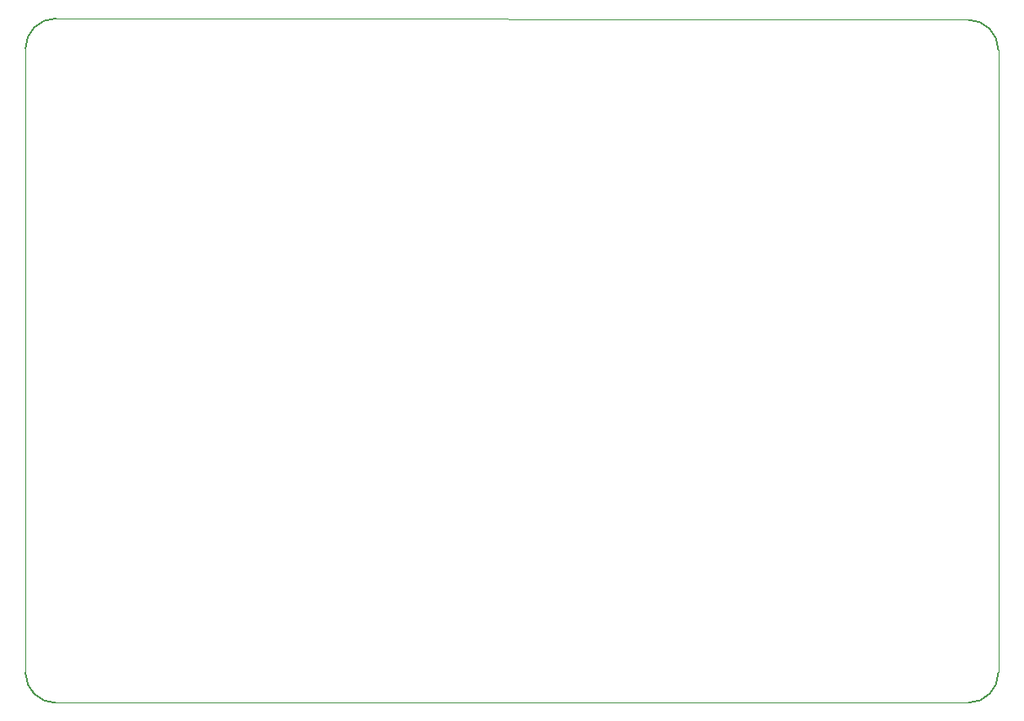
<source format=gm1>
G04 #@! TF.GenerationSoftware,KiCad,Pcbnew,(6.0.10)*
G04 #@! TF.CreationDate,2023-01-26T21:48:12-05:00*
G04 #@! TF.ProjectId,Connectors,436f6e6e-6563-4746-9f72-732e6b696361,rev?*
G04 #@! TF.SameCoordinates,Original*
G04 #@! TF.FileFunction,Profile,NP*
%FSLAX46Y46*%
G04 Gerber Fmt 4.6, Leading zero omitted, Abs format (unit mm)*
G04 Created by KiCad (PCBNEW (6.0.10)) date 2023-01-26 21:48:12*
%MOMM*%
%LPD*%
G01*
G04 APERTURE LIST*
G04 #@! TA.AperFunction,Profile*
%ADD10C,0.100000*%
G04 #@! TD*
G04 #@! TA.AperFunction,Profile*
%ADD11C,0.200000*%
G04 #@! TD*
G04 APERTURE END LIST*
D10*
X90677998Y-68826524D02*
X90677998Y-131448739D01*
X185296739Y-65909261D02*
X93725998Y-65778524D01*
D11*
X93725998Y-65778498D02*
G75*
G03*
X90677998Y-68826524I2J-3048002D01*
G01*
D10*
X188344739Y-131448739D02*
X188344739Y-68957261D01*
D11*
X90677961Y-131448739D02*
G75*
G03*
X93725998Y-134496739I3048039J39D01*
G01*
X185296739Y-134496739D02*
G75*
G03*
X188344739Y-131448739I-39J3048039D01*
G01*
D10*
X185296739Y-134496739D02*
X93725998Y-134496739D01*
D11*
X188344739Y-68957261D02*
G75*
G03*
X185296739Y-65909261I-3048039J-39D01*
G01*
M02*

</source>
